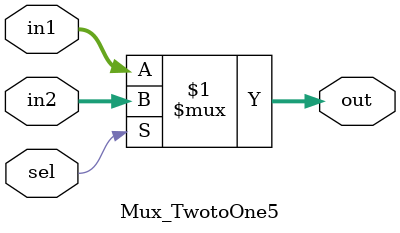
<source format=v>
`timescale 1ns / 1ps


module Mux_TwotoOne5(sel, in1, in2, out);
	input  sel;
	input  [4:0]  in1;
	input  [4:0]  in2;
	output [4:0]  out;

	assign out = (sel) ? in2 : in1;
endmodule

</source>
